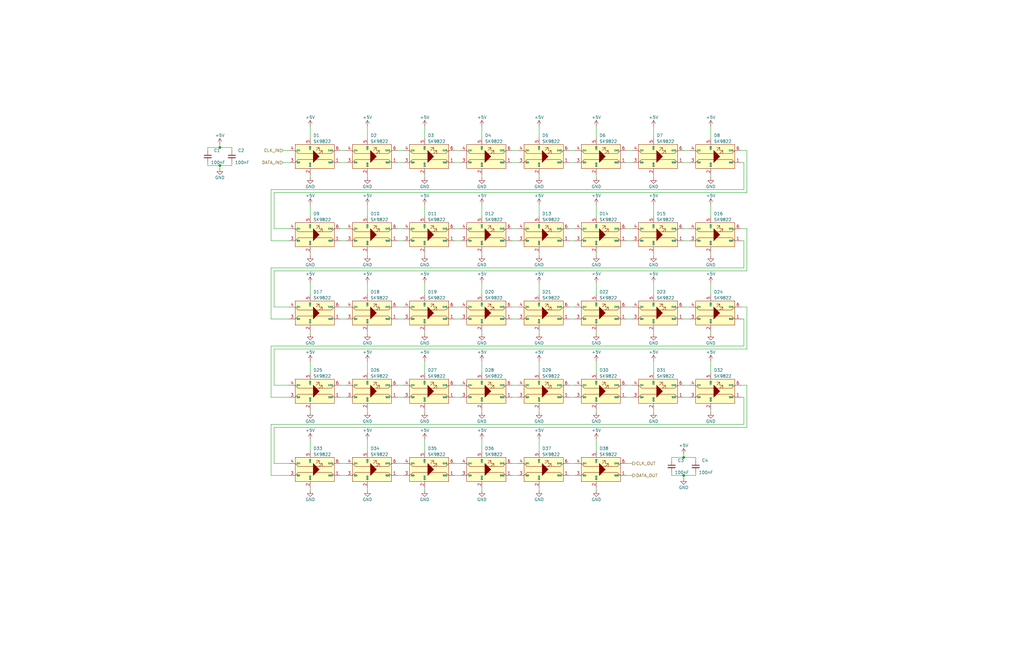
<source format=kicad_sch>
(kicad_sch (version 20211123) (generator eeschema)
  (paper "B")
  (lib_symbols
    (symbol "APA102_Matrix_Symbols:SK9822"
      (property "Reference" "D" (at 0 1.27 0))
      (property "Value" "SK9822" (at 11.43 1.27 0))
      (symbol "SK9822_0_1"
        (polyline (pts (xy 0 -7.62) (xy 1.27 -6.35) (xy 7.62 -6.35)) (stroke (width 0.1524)))
        (polyline (pts (xy 7.62 -3.81) (xy 1.27 -3.81) (xy 0 -2.54)) (stroke (width 0.1524)))
        (polyline (pts (xy 8.89 -6.35) (xy 15.24 -6.35) (xy 16.51 -7.62)) (stroke (width 0.1524)))
        (polyline (pts (xy 8.89 -3.81) (xy 15.24 -3.81) (xy 16.51 -2.54)) (stroke (width 0.1524)))
        (polyline (pts (xy 7.62 -2.54) (xy 7.62 -7.62) (xy 10.16 -5.08) (xy 7.62 -2.54)) (stroke (width 0.1524)) (fill (type outline)))
        (polyline (pts (xy 8.89 -2.54) (xy 10.16 -1.27) (xy 8.89 -1.27) (xy 10.16 -1.27) (xy 10.16 -2.54)) (stroke (width 0.1524)))
        (polyline (pts (xy 10.16 -3.81) (xy 11.43 -2.54) (xy 10.16 -2.54) (xy 11.43 -2.54) (xy 11.43 -3.81)) (stroke (width 0.1524)))
        (rectangle (start 0 0) (end 16.51 -10.16) (stroke (width 0.1524)) (fill (type background)))
      )
      (symbol "SK9822_1_1"
        (pin input line (at 19.05 -7.62 180) (length 2.54) (name "SDO") (number "1"))
        (pin input line (at 6.35 -12.7 90) (length 2.54) (name "GND") (number "2"))
        (pin input line (at -2.54 -7.62 0) (length 2.54) (name "SDI") (number "3"))
        (pin input line (at -2.54 -2.54 0) (length 2.54) (name "CKI") (number "4"))
        (pin input line (at 6.35 2.54 270) (length 2.54) (name "VDD") (number "5"))
        (pin input line (at 19.05 -2.54 180) (length 2.54) (name "CKO") (number "6"))
      )
    )
    (symbol "Device:C_Small" (pin_numbers hide) (pin_names (offset 0.254) hide)
      (property "Reference" "C" (at 0.254 1.778 0))
      (property "Value" "C_Small" (at 0.254 -2.032 0))
      (symbol "C_Small_0_1"
        (polyline (pts (xy -1.524 -0.508) (xy 1.524 -0.508)) (stroke (width 0.3302)))
        (polyline (pts (xy -1.524 0.508) (xy 1.524 0.508)) (stroke (width 0.3048)))
      )
      (symbol "C_Small_1_1"
        (pin passive line (at 0 2.54 270) (length 2.032) (name "~") (number "1"))
        (pin passive line (at 0 -2.54 90) (length 2.032) (name "~") (number "2"))
      )
    )
    (symbol "power:+5V" (power) (pin_names (offset 0))
      (property "Value" "+5V" (at 0 3.556 0))
      (symbol "+5V_0_1"
        (polyline (pts (xy -0.762 1.27) (xy 0 2.54)))
        (polyline (pts (xy 0 0) (xy 0 2.54)))
        (polyline (pts (xy 0 2.54) (xy 0.762 1.27)))
      )
      (symbol "+5V_1_1"
        (pin power_in line (at 0 0 90) (length 0) hide (name "+5V") (number "1"))
      )
    )
    (symbol "power:GND" (power) (pin_names (offset 0))
      (property "Value" "GND" (at 0 -3.81 0))
      (symbol "GND_0_1"
        (polyline (pts (xy 0 0) (xy 0 -1.27) (xy 1.27 -1.27) (xy 0 -2.54) (xy -1.27 -1.27) (xy 0 -1.27)))
      )
      (symbol "GND_1_1"
        (pin power_in line (at 0 0 270) (length 0) hide (name "GND") (number "1"))
      )
    )
  )
  (junction (at 288.29 193.04))
  (junction (at 92.71 62.23))
  (junction (at 92.71 69.85))
  (junction (at 288.29 200.66))
  (wire (pts (xy 314.96 129.54) (xy 312.42 129.54)))
  (wire (pts (xy 275.59 107.95) (xy 275.59 106.68)))
  (wire (pts (xy 203.2 152.4) (xy 203.2 157.48)))
  (wire (pts (xy 314.96 180.34) (xy 314.96 162.56)))
  (wire (pts (xy 203.2 173.99) (xy 203.2 172.72)))
  (wire (pts (xy 251.46 86.36) (xy 251.46 91.44)))
  (wire (pts (xy 218.44 63.5) (xy 215.9 63.5)))
  (wire (pts (xy 179.07 119.38) (xy 179.07 124.46)))
  (wire (pts (xy 314.96 114.3) (xy 314.96 96.52)))
  (wire (pts (xy 194.31 134.62) (xy 191.77 134.62)))
  (wire (pts (xy 154.94 140.97) (xy 154.94 139.7)))
  (wire (pts (xy 119.38 63.5) (xy 121.92 63.5)))
  (wire (pts (xy 288.29 162.56) (xy 290.83 162.56)))
  (wire (pts (xy 194.31 63.5) (xy 191.77 63.5)))
  (wire (pts (xy 179.07 140.97) (xy 179.07 139.7)))
  (wire (pts (xy 130.81 140.97) (xy 130.81 139.7)))
  (wire (pts (xy 227.33 119.38) (xy 227.33 124.46)))
  (wire (pts (xy 114.3 179.07) (xy 114.3 200.66)))
  (wire (pts (xy 114.3 200.66) (xy 121.92 200.66)))
  (wire (pts (xy 240.03 167.64) (xy 242.57 167.64)))
  (wire (pts (xy 154.94 53.34) (xy 154.94 58.42)))
  (wire (pts (xy 293.37 193.04) (xy 288.29 193.04)))
  (wire (pts (xy 170.18 68.58) (xy 167.64 68.58)))
  (wire (pts (xy 115.57 81.28) (xy 115.57 96.52)))
  (wire (pts (xy 115.57 96.52) (xy 121.92 96.52)))
  (wire (pts (xy 240.03 63.5) (xy 242.57 63.5)))
  (wire (pts (xy 194.31 129.54) (xy 191.77 129.54)))
  (wire (pts (xy 314.96 96.52) (xy 312.42 96.52)))
  (wire (pts (xy 114.3 179.07) (xy 313.69 179.07)))
  (wire (pts (xy 251.46 140.97) (xy 251.46 139.7)))
  (wire (pts (xy 130.81 107.95) (xy 130.81 106.68)))
  (wire (pts (xy 154.94 152.4) (xy 154.94 157.48)))
  (wire (pts (xy 242.57 200.66) (xy 240.03 200.66)))
  (wire (pts (xy 130.81 86.36) (xy 130.81 91.44)))
  (wire (pts (xy 266.7 162.56) (xy 264.16 162.56)))
  (wire (pts (xy 92.71 69.85) (xy 92.71 71.12)))
  (wire (pts (xy 313.69 80.01) (xy 313.69 68.58)))
  (wire (pts (xy 146.05 101.6) (xy 143.51 101.6)))
  (wire (pts (xy 130.81 152.4) (xy 130.81 157.48)))
  (wire (pts (xy 115.57 180.34) (xy 314.96 180.34)))
  (wire (pts (xy 130.81 53.34) (xy 130.81 58.42)))
  (wire (pts (xy 264.16 167.64) (xy 266.7 167.64)))
  (wire (pts (xy 114.3 146.05) (xy 114.3 167.64)))
  (wire (pts (xy 114.3 167.64) (xy 121.92 167.64)))
  (wire (pts (xy 240.03 134.62) (xy 242.57 134.62)))
  (wire (pts (xy 218.44 162.56) (xy 215.9 162.56)))
  (wire (pts (xy 288.29 191.77) (xy 288.29 193.04)))
  (wire (pts (xy 299.72 152.4) (xy 299.72 157.48)))
  (wire (pts (xy 288.29 63.5) (xy 290.83 63.5)))
  (wire (pts (xy 194.31 167.64) (xy 191.77 167.64)))
  (wire (pts (xy 194.31 195.58) (xy 191.77 195.58)))
  (wire (pts (xy 288.29 134.62) (xy 290.83 134.62)))
  (wire (pts (xy 179.07 173.99) (xy 179.07 172.72)))
  (wire (pts (xy 203.2 107.95) (xy 203.2 106.68)))
  (wire (pts (xy 146.05 96.52) (xy 143.51 96.52)))
  (wire (pts (xy 130.81 207.01) (xy 130.81 205.74)))
  (wire (pts (xy 264.16 68.58) (xy 266.7 68.58)))
  (wire (pts (xy 251.46 152.4) (xy 251.46 157.48)))
  (wire (pts (xy 218.44 96.52) (xy 215.9 96.52)))
  (wire (pts (xy 288.29 129.54) (xy 290.83 129.54)))
  (wire (pts (xy 203.2 140.97) (xy 203.2 139.7)))
  (wire (pts (xy 194.31 96.52) (xy 191.77 96.52)))
  (wire (pts (xy 313.69 101.6) (xy 312.42 101.6)))
  (wire (pts (xy 154.94 74.93) (xy 154.94 73.66)))
  (wire (pts (xy 314.96 147.32) (xy 314.96 129.54)))
  (wire (pts (xy 275.59 119.38) (xy 275.59 124.46)))
  (wire (pts (xy 92.71 60.96) (xy 92.71 62.23)))
  (wire (pts (xy 313.69 134.62) (xy 312.42 134.62)))
  (wire (pts (xy 266.7 129.54) (xy 264.16 129.54)))
  (wire (pts (xy 313.69 179.07) (xy 313.69 167.64)))
  (wire (pts (xy 146.05 200.66) (xy 143.51 200.66)))
  (wire (pts (xy 227.33 173.99) (xy 227.33 172.72)))
  (wire (pts (xy 251.46 173.99) (xy 251.46 172.72)))
  (wire (pts (xy 218.44 200.66) (xy 215.9 200.66)))
  (wire (pts (xy 293.37 200.66) (xy 293.37 199.39)))
  (wire (pts (xy 288.29 96.52) (xy 290.83 96.52)))
  (wire (pts (xy 283.21 200.66) (xy 288.29 200.66)))
  (wire (pts (xy 266.7 63.5) (xy 264.16 63.5)))
  (wire (pts (xy 227.33 185.42) (xy 227.33 190.5)))
  (wire (pts (xy 251.46 207.01) (xy 251.46 205.74)))
  (wire (pts (xy 97.79 62.23) (xy 92.71 62.23)))
  (wire (pts (xy 275.59 152.4) (xy 275.59 157.48)))
  (wire (pts (xy 264.16 101.6) (xy 266.7 101.6)))
  (wire (pts (xy 314.96 81.28) (xy 314.96 63.5)))
  (wire (pts (xy 115.57 81.28) (xy 314.96 81.28)))
  (wire (pts (xy 146.05 134.62) (xy 143.51 134.62)))
  (wire (pts (xy 130.81 173.99) (xy 130.81 172.72)))
  (wire (pts (xy 119.38 68.58) (xy 121.92 68.58)))
  (wire (pts (xy 170.18 162.56) (xy 167.64 162.56)))
  (wire (pts (xy 283.21 199.39) (xy 283.21 200.66)))
  (wire (pts (xy 194.31 200.66) (xy 191.77 200.66)))
  (wire (pts (xy 194.31 162.56) (xy 191.77 162.56)))
  (wire (pts (xy 218.44 101.6) (xy 215.9 101.6)))
  (wire (pts (xy 114.3 80.01) (xy 313.69 80.01)))
  (wire (pts (xy 170.18 63.5) (xy 167.64 63.5)))
  (wire (pts (xy 170.18 134.62) (xy 167.64 134.62)))
  (wire (pts (xy 266.7 200.66) (xy 264.16 200.66)))
  (wire (pts (xy 115.57 195.58) (xy 115.57 180.34)))
  (wire (pts (xy 121.92 195.58) (xy 115.57 195.58)))
  (wire (pts (xy 242.57 162.56) (xy 240.03 162.56)))
  (wire (pts (xy 146.05 129.54) (xy 143.51 129.54)))
  (wire (pts (xy 203.2 74.93) (xy 203.2 73.66)))
  (wire (pts (xy 251.46 185.42) (xy 251.46 190.5)))
  (wire (pts (xy 313.69 167.64) (xy 312.42 167.64)))
  (wire (pts (xy 293.37 194.31) (xy 293.37 193.04)))
  (wire (pts (xy 218.44 134.62) (xy 215.9 134.62)))
  (wire (pts (xy 313.69 113.03) (xy 313.69 101.6)))
  (wire (pts (xy 97.79 69.85) (xy 97.79 68.58)))
  (wire (pts (xy 299.72 53.34) (xy 299.72 58.42)))
  (wire (pts (xy 179.07 207.01) (xy 179.07 205.74)))
  (wire (pts (xy 170.18 129.54) (xy 167.64 129.54)))
  (wire (pts (xy 218.44 195.58) (xy 215.9 195.58)))
  (wire (pts (xy 179.07 152.4) (xy 179.07 157.48)))
  (wire (pts (xy 275.59 74.93) (xy 275.59 73.66)))
  (wire (pts (xy 87.63 69.85) (xy 92.71 69.85)))
  (wire (pts (xy 251.46 119.38) (xy 251.46 124.46)))
  (wire (pts (xy 115.57 147.32) (xy 314.96 147.32)))
  (wire (pts (xy 130.81 74.93) (xy 130.81 73.66)))
  (wire (pts (xy 275.59 53.34) (xy 275.59 58.42)))
  (wire (pts (xy 218.44 167.64) (xy 215.9 167.64)))
  (wire (pts (xy 288.29 200.66) (xy 293.37 200.66)))
  (wire (pts (xy 275.59 173.99) (xy 275.59 172.72)))
  (wire (pts (xy 115.57 162.56) (xy 115.57 147.32)))
  (wire (pts (xy 121.92 162.56) (xy 115.57 162.56)))
  (wire (pts (xy 242.57 129.54) (xy 240.03 129.54)))
  (wire (pts (xy 251.46 53.34) (xy 251.46 58.42)))
  (wire (pts (xy 114.3 146.05) (xy 313.69 146.05)))
  (wire (pts (xy 115.57 114.3) (xy 314.96 114.3)))
  (wire (pts (xy 115.57 129.54) (xy 115.57 114.3)))
  (wire (pts (xy 121.92 129.54) (xy 115.57 129.54)))
  (wire (pts (xy 242.57 96.52) (xy 240.03 96.52)))
  (wire (pts (xy 114.3 113.03) (xy 114.3 134.62)))
  (wire (pts (xy 114.3 134.62) (xy 121.92 134.62)))
  (wire (pts (xy 240.03 101.6) (xy 242.57 101.6)))
  (wire (pts (xy 114.3 113.03) (xy 313.69 113.03)))
  (wire (pts (xy 154.94 107.95) (xy 154.94 106.68)))
  (wire (pts (xy 288.29 200.66) (xy 288.29 201.93)))
  (wire (pts (xy 146.05 63.5) (xy 143.51 63.5)))
  (wire (pts (xy 170.18 101.6) (xy 167.64 101.6)))
  (wire (pts (xy 154.94 173.99) (xy 154.94 172.72)))
  (wire (pts (xy 170.18 96.52) (xy 167.64 96.52)))
  (wire (pts (xy 314.96 63.5) (xy 312.42 63.5)))
  (wire (pts (xy 266.7 195.58) (xy 264.16 195.58)))
  (wire (pts (xy 275.59 86.36) (xy 275.59 91.44)))
  (wire (pts (xy 299.72 119.38) (xy 299.72 124.46)))
  (wire (pts (xy 130.81 119.38) (xy 130.81 124.46)))
  (wire (pts (xy 227.33 107.95) (xy 227.33 106.68)))
  (wire (pts (xy 251.46 74.93) (xy 251.46 73.66)))
  (wire (pts (xy 179.07 53.34) (xy 179.07 58.42)))
  (wire (pts (xy 203.2 86.36) (xy 203.2 91.44)))
  (wire (pts (xy 146.05 162.56) (xy 143.51 162.56)))
  (wire (pts (xy 179.07 86.36) (xy 179.07 91.44)))
  (wire (pts (xy 264.16 96.52) (xy 266.7 96.52)))
  (wire (pts (xy 314.96 162.56) (xy 312.42 162.56)))
  (wire (pts (xy 92.71 69.85) (xy 97.79 69.85)))
  (wire (pts (xy 275.59 140.97) (xy 275.59 139.7)))
  (wire (pts (xy 203.2 185.42) (xy 203.2 190.5)))
  (wire (pts (xy 203.2 207.01) (xy 203.2 205.74)))
  (wire (pts (xy 87.63 68.58) (xy 87.63 69.85)))
  (wire (pts (xy 288.29 167.64) (xy 290.83 167.64)))
  (wire (pts (xy 218.44 68.58) (xy 215.9 68.58)))
  (wire (pts (xy 179.07 185.42) (xy 179.07 190.5)))
  (wire (pts (xy 264.16 134.62) (xy 266.7 134.62)))
  (wire (pts (xy 288.29 68.58) (xy 290.83 68.58)))
  (wire (pts (xy 146.05 167.64) (xy 143.51 167.64)))
  (wire (pts (xy 154.94 207.01) (xy 154.94 205.74)))
  (wire (pts (xy 114.3 80.01) (xy 114.3 101.6)))
  (wire (pts (xy 114.3 101.6) (xy 121.92 101.6)))
  (wire (pts (xy 240.03 68.58) (xy 242.57 68.58)))
  (wire (pts (xy 203.2 53.34) (xy 203.2 58.42)))
  (wire (pts (xy 227.33 207.01) (xy 227.33 205.74)))
  (wire (pts (xy 130.81 185.42) (xy 130.81 190.5)))
  (wire (pts (xy 97.79 63.5) (xy 97.79 62.23)))
  (wire (pts (xy 92.71 62.23) (xy 87.63 62.23)))
  (wire (pts (xy 170.18 167.64) (xy 167.64 167.64)))
  (wire (pts (xy 242.57 195.58) (xy 240.03 195.58)))
  (wire (pts (xy 227.33 140.97) (xy 227.33 139.7)))
  (wire (pts (xy 313.69 146.05) (xy 313.69 134.62)))
  (wire (pts (xy 251.46 107.95) (xy 251.46 106.68)))
  (wire (pts (xy 227.33 86.36) (xy 227.33 91.44)))
  (wire (pts (xy 194.31 101.6) (xy 191.77 101.6)))
  (wire (pts (xy 288.29 193.04) (xy 283.21 193.04)))
  (wire (pts (xy 227.33 53.34) (xy 227.33 58.42)))
  (wire (pts (xy 313.69 68.58) (xy 312.42 68.58)))
  (wire (pts (xy 179.07 74.93) (xy 179.07 73.66)))
  (wire (pts (xy 170.18 200.66) (xy 167.64 200.66)))
  (wire (pts (xy 227.33 74.93) (xy 227.33 73.66)))
  (wire (pts (xy 154.94 119.38) (xy 154.94 124.46)))
  (wire (pts (xy 283.21 193.04) (xy 283.21 194.31)))
  (wire (pts (xy 299.72 173.99) (xy 299.72 172.72)))
  (wire (pts (xy 299.72 140.97) (xy 299.72 139.7)))
  (wire (pts (xy 87.63 62.23) (xy 87.63 63.5)))
  (wire (pts (xy 299.72 107.95) (xy 299.72 106.68)))
  (wire (pts (xy 146.05 68.58) (xy 143.51 68.58)))
  (wire (pts (xy 288.29 101.6) (xy 290.83 101.6)))
  (wire (pts (xy 227.33 152.4) (xy 227.33 157.48)))
  (wire (pts (xy 154.94 185.42) (xy 154.94 190.5)))
  (wire (pts (xy 146.05 195.58) (xy 143.51 195.58)))
  (wire (pts (xy 218.44 129.54) (xy 215.9 129.54)))
  (wire (pts (xy 179.07 107.95) (xy 179.07 106.68)))
  (wire (pts (xy 170.18 195.58) (xy 167.64 195.58)))
  (wire (pts (xy 203.2 119.38) (xy 203.2 124.46)))
  (wire (pts (xy 154.94 86.36) (xy 154.94 91.44)))
  (wire (pts (xy 194.31 68.58) (xy 191.77 68.58)))
  (wire (pts (xy 299.72 86.36) (xy 299.72 91.44)))
  (wire (pts (xy 299.72 74.93) (xy 299.72 73.66)))
  (hierarchical_label "CLK_OUT" (shape output) (at 266.7 195.58 0))
  (hierarchical_label "DATA_IN" (shape input) (at 119.38 68.58 180))
  (hierarchical_label "DATA_OUT" (shape output) (at 266.7 200.66 0))
  (hierarchical_label "CLK_IN" (shape input) (at 119.38 63.5 180))
  (symbol (lib_id "APA102_Matrix_Symbols:SK9822") (at 148.59 193.04 0)
    (property "Reference" "D34" (at 156.21 189.23 0) (effects (justify left)))
    (property "Value" "SK9822" (at 156.21 191.77 0) (effects (justify left)))
    (property "Footprint" "APA102_Matrix_Footprints:SK9822_2020" (effects hide))
    (property "Datasheet" "http://www.normandled.com/upload/201906/EC20-9822(SK9822-2020)%20LED%20Datasheet.pdf" (effects hide))
  )
  (symbol (lib_id "power:GND") (at 299.72 107.95 0)
    (property "Reference" "#PWR034" (effects hide))
    (property "Value" "GND" (at 299.72 111.76 0))
  )
  (symbol (lib_id "power:GND") (at 154.94 107.95 0)
    (property "Reference" "#PWR028" (effects hide))
    (property "Value" "GND" (at 154.94 111.76 0))
  )
  (symbol (lib_id "power:GND") (at 130.81 173.99 0)
    (property "Reference" "#PWR059" (effects hide))
    (property "Value" "GND" (at 130.81 177.8 0))
  )
  (symbol (lib_id "APA102_Matrix_Symbols:SK9822") (at 245.11 127 0)
    (property "Reference" "D22" (at 252.73 123.19 0) (effects (justify left)))
    (property "Value" "SK9822" (at 252.73 125.73 0) (effects (justify left)))
    (property "Footprint" "APA102_Matrix_Footprints:SK9822_2020" (effects hide))
    (property "Datasheet" "http://www.normandled.com/upload/201906/EC20-9822(SK9822-2020)%20LED%20Datasheet.pdf" (effects hide))
  )
  (symbol (lib_id "Device:C_Small") (at 293.37 196.85 0)
    (property "Reference" "C4" (at 295.91 194.31 0) (effects (justify left)))
    (property "Value" "100nF" (at 294.64 199.39 0) (effects (justify left)))
    (property "Footprint" "APA102_Matrix_Footprints:C_0603" (effects hide))
  )
  (symbol (lib_id "power:+5V") (at 227.33 53.34 0)
    (property "Reference" "#PWR05" (effects hide))
    (property "Value" "+5V" (at 227.33 49.53 0))
  )
  (symbol (lib_id "power:GND") (at 203.2 140.97 0)
    (property "Reference" "#PWR046" (effects hide))
    (property "Value" "GND" (at 203.2 144.78 0))
  )
  (symbol (lib_id "power:GND") (at 154.94 140.97 0)
    (property "Reference" "#PWR044" (effects hide))
    (property "Value" "GND" (at 154.94 144.78 0))
  )
  (symbol (lib_id "APA102_Matrix_Symbols:SK9822") (at 196.85 127 0)
    (property "Reference" "D20" (at 204.47 123.19 0) (effects (justify left)))
    (property "Value" "SK9822" (at 204.47 125.73 0) (effects (justify left)))
    (property "Footprint" "APA102_Matrix_Footprints:SK9822_2020" (effects hide))
    (property "Datasheet" "http://www.normandled.com/upload/201906/EC20-9822(SK9822-2020)%20LED%20Datasheet.pdf" (effects hide))
  )
  (symbol (lib_id "Device:C_Small") (at 87.63 66.04 0)
    (property "Reference" "C1" (at 90.17 63.5 0) (effects (justify left)))
    (property "Value" "100nF" (at 88.9 68.58 0) (effects (justify left)))
    (property "Footprint" "APA102_Matrix_Footprints:C_0603" (effects hide))
  )
  (symbol (lib_id "APA102_Matrix_Symbols:SK9822") (at 148.59 60.96 0)
    (property "Reference" "D2" (at 156.21 57.15 0) (effects (justify left)))
    (property "Value" "SK9822" (at 156.21 59.69 0) (effects (justify left)))
    (property "Footprint" "APA102_Matrix_Footprints:SK9822_2020" (effects hide))
    (property "Datasheet" "http://www.normandled.com/upload/201906/EC20-9822(SK9822-2020)%20LED%20Datasheet.pdf" (effects hide))
  )
  (symbol (lib_id "power:+5V") (at 251.46 53.34 0)
    (property "Reference" "#PWR06" (effects hide))
    (property "Value" "+5V" (at 251.46 49.53 0))
  )
  (symbol (lib_id "power:GND") (at 130.81 207.01 0)
    (property "Reference" "#PWR075" (effects hide))
    (property "Value" "GND" (at 130.81 210.82 0))
  )
  (symbol (lib_id "power:+5V") (at 299.72 53.34 0)
    (property "Reference" "#PWR08" (effects hide))
    (property "Value" "+5V" (at 299.72 49.53 0))
  )
  (symbol (lib_id "power:+5V") (at 251.46 152.4 0)
    (property "Reference" "#PWR056" (effects hide))
    (property "Value" "+5V" (at 251.46 148.59 0))
  )
  (symbol (lib_id "power:+5V") (at 154.94 53.34 0)
    (property "Reference" "#PWR02" (effects hide))
    (property "Value" "+5V" (at 154.94 49.53 0))
  )
  (symbol (lib_id "APA102_Matrix_Symbols:SK9822") (at 269.24 160.02 0)
    (property "Reference" "D31" (at 276.86 156.21 0) (effects (justify left)))
    (property "Value" "SK9822" (at 276.86 158.75 0) (effects (justify left)))
    (property "Footprint" "APA102_Matrix_Footprints:SK9822_2020" (effects hide))
    (property "Datasheet" "http://www.normandled.com/upload/201906/EC20-9822(SK9822-2020)%20LED%20Datasheet.pdf" (effects hide))
  )
  (symbol (lib_id "power:+5V") (at 203.2 53.34 0)
    (property "Reference" "#PWR04" (effects hide))
    (property "Value" "+5V" (at 203.2 49.53 0))
  )
  (symbol (lib_id "APA102_Matrix_Symbols:SK9822") (at 293.37 93.98 0)
    (property "Reference" "D16" (at 300.99 90.17 0) (effects (justify left)))
    (property "Value" "SK9822" (at 300.99 92.71 0) (effects (justify left)))
    (property "Footprint" "APA102_Matrix_Footprints:SK9822_2020" (effects hide))
    (property "Datasheet" "http://www.normandled.com/upload/201906/EC20-9822(SK9822-2020)%20LED%20Datasheet.pdf" (effects hide))
  )
  (symbol (lib_id "APA102_Matrix_Symbols:SK9822") (at 196.85 60.96 0)
    (property "Reference" "D4" (at 204.47 57.15 0) (effects (justify left)))
    (property "Value" "SK9822" (at 204.47 59.69 0) (effects (justify left)))
    (property "Footprint" "APA102_Matrix_Footprints:SK9822_2020" (effects hide))
    (property "Datasheet" "http://www.normandled.com/upload/201906/EC20-9822(SK9822-2020)%20LED%20Datasheet.pdf" (effects hide))
  )
  (symbol (lib_id "APA102_Matrix_Symbols:SK9822") (at 172.72 93.98 0)
    (property "Reference" "D11" (at 180.34 90.17 0) (effects (justify left)))
    (property "Value" "SK9822" (at 180.34 92.71 0) (effects (justify left)))
    (property "Footprint" "APA102_Matrix_Footprints:SK9822_2020" (effects hide))
    (property "Datasheet" "http://www.normandled.com/upload/201906/EC20-9822(SK9822-2020)%20LED%20Datasheet.pdf" (effects hide))
  )
  (symbol (lib_id "power:GND") (at 179.07 140.97 0)
    (property "Reference" "#PWR045" (effects hide))
    (property "Value" "GND" (at 179.07 144.78 0))
  )
  (symbol (lib_id "APA102_Matrix_Symbols:SK9822") (at 269.24 127 0)
    (property "Reference" "D23" (at 276.86 123.19 0) (effects (justify left)))
    (property "Value" "SK9822" (at 276.86 125.73 0) (effects (justify left)))
    (property "Footprint" "APA102_Matrix_Footprints:SK9822_2020" (effects hide))
    (property "Datasheet" "http://www.normandled.com/upload/201906/EC20-9822(SK9822-2020)%20LED%20Datasheet.pdf" (effects hide))
  )
  (symbol (lib_id "power:+5V") (at 299.72 86.36 0)
    (property "Reference" "#PWR026" (effects hide))
    (property "Value" "+5V" (at 299.72 82.55 0))
  )
  (symbol (lib_id "power:+5V") (at 299.72 152.4 0)
    (property "Reference" "#PWR058" (effects hide))
    (property "Value" "+5V" (at 299.72 148.59 0))
  )
  (symbol (lib_id "power:+5V") (at 203.2 119.38 0)
    (property "Reference" "#PWR038" (effects hide))
    (property "Value" "+5V" (at 203.2 115.57 0))
  )
  (symbol (lib_id "APA102_Matrix_Symbols:SK9822") (at 293.37 127 0)
    (property "Reference" "D24" (at 300.99 123.19 0) (effects (justify left)))
    (property "Value" "SK9822" (at 300.99 125.73 0) (effects (justify left)))
    (property "Footprint" "APA102_Matrix_Footprints:SK9822_2020" (effects hide))
    (property "Datasheet" "http://www.normandled.com/upload/201906/EC20-9822(SK9822-2020)%20LED%20Datasheet.pdf" (effects hide))
  )
  (symbol (lib_id "power:GND") (at 251.46 74.93 0)
    (property "Reference" "#PWR016" (effects hide))
    (property "Value" "GND" (at 251.46 78.74 0))
  )
  (symbol (lib_id "power:GND") (at 179.07 74.93 0)
    (property "Reference" "#PWR013" (effects hide))
    (property "Value" "GND" (at 179.07 78.74 0))
  )
  (symbol (lib_id "APA102_Matrix_Symbols:SK9822") (at 269.24 93.98 0)
    (property "Reference" "D15" (at 276.86 90.17 0) (effects (justify left)))
    (property "Value" "SK9822" (at 276.86 92.71 0) (effects (justify left)))
    (property "Footprint" "APA102_Matrix_Footprints:SK9822_2020" (effects hide))
    (property "Datasheet" "http://www.normandled.com/upload/201906/EC20-9822(SK9822-2020)%20LED%20Datasheet.pdf" (effects hide))
  )
  (symbol (lib_id "power:GND") (at 275.59 74.93 0)
    (property "Reference" "#PWR017" (effects hide))
    (property "Value" "GND" (at 275.59 78.74 0))
  )
  (symbol (lib_id "power:GND") (at 154.94 74.93 0)
    (property "Reference" "#PWR012" (effects hide))
    (property "Value" "GND" (at 154.94 78.74 0))
  )
  (symbol (lib_id "power:+5V") (at 130.81 53.34 0)
    (property "Reference" "#PWR01" (effects hide))
    (property "Value" "+5V" (at 130.81 49.53 0))
  )
  (symbol (lib_id "APA102_Matrix_Symbols:SK9822") (at 124.46 60.96 0)
    (property "Reference" "D1" (at 132.08 57.15 0) (effects (justify left)))
    (property "Value" "SK9822" (at 132.08 59.69 0) (effects (justify left)))
    (property "Footprint" "APA102_Matrix_Footprints:SK9822_2020" (effects hide))
    (property "Datasheet" "http://www.normandled.com/upload/201906/EC20-9822(SK9822-2020)%20LED%20Datasheet.pdf" (effects hide))
  )
  (symbol (lib_id "power:+5V") (at 179.07 119.38 0)
    (property "Reference" "#PWR037" (effects hide))
    (property "Value" "+5V" (at 179.07 115.57 0))
  )
  (symbol (lib_id "power:GND") (at 179.07 207.01 0)
    (property "Reference" "#PWR077" (effects hide))
    (property "Value" "GND" (at 179.07 210.82 0))
  )
  (symbol (lib_id "power:GND") (at 275.59 107.95 0)
    (property "Reference" "#PWR033" (effects hide))
    (property "Value" "GND" (at 275.59 111.76 0))
  )
  (symbol (lib_id "power:GND") (at 203.2 173.99 0)
    (property "Reference" "#PWR062" (effects hide))
    (property "Value" "GND" (at 203.2 177.8 0))
  )
  (symbol (lib_id "power:+5V") (at 203.2 152.4 0)
    (property "Reference" "#PWR054" (effects hide))
    (property "Value" "+5V" (at 203.2 148.59 0))
  )
  (symbol (lib_id "power:GND") (at 299.72 140.97 0)
    (property "Reference" "#PWR050" (effects hide))
    (property "Value" "GND" (at 299.72 144.78 0))
  )
  (symbol (lib_id "APA102_Matrix_Symbols:SK9822") (at 148.59 160.02 0)
    (property "Reference" "D26" (at 156.21 156.21 0) (effects (justify left)))
    (property "Value" "SK9822" (at 156.21 158.75 0) (effects (justify left)))
    (property "Footprint" "APA102_Matrix_Footprints:SK9822_2020" (effects hide))
    (property "Datasheet" "http://www.normandled.com/upload/201906/EC20-9822(SK9822-2020)%20LED%20Datasheet.pdf" (effects hide))
  )
  (symbol (lib_id "APA102_Matrix_Symbols:SK9822") (at 293.37 160.02 0)
    (property "Reference" "D32" (at 300.99 156.21 0) (effects (justify left)))
    (property "Value" "SK9822" (at 300.99 158.75 0) (effects (justify left)))
    (property "Footprint" "APA102_Matrix_Footprints:SK9822_2020" (effects hide))
    (property "Datasheet" "http://www.normandled.com/upload/201906/EC20-9822(SK9822-2020)%20LED%20Datasheet.pdf" (effects hide))
  )
  (symbol (lib_id "APA102_Matrix_Symbols:SK9822") (at 124.46 160.02 0)
    (property "Reference" "D25" (at 132.08 156.21 0) (effects (justify left)))
    (property "Value" "SK9822" (at 132.08 158.75 0) (effects (justify left)))
    (property "Footprint" "APA102_Matrix_Footprints:SK9822_2020" (effects hide))
    (property "Datasheet" "http://www.normandled.com/upload/201906/EC20-9822(SK9822-2020)%20LED%20Datasheet.pdf" (effects hide))
  )
  (symbol (lib_id "power:GND") (at 203.2 107.95 0)
    (property "Reference" "#PWR030" (effects hide))
    (property "Value" "GND" (at 203.2 111.76 0))
  )
  (symbol (lib_id "APA102_Matrix_Symbols:SK9822") (at 220.98 160.02 0)
    (property "Reference" "D29" (at 228.6 156.21 0) (effects (justify left)))
    (property "Value" "SK9822" (at 228.6 158.75 0) (effects (justify left)))
    (property "Footprint" "APA102_Matrix_Footprints:SK9822_2020" (effects hide))
    (property "Datasheet" "http://www.normandled.com/upload/201906/EC20-9822(SK9822-2020)%20LED%20Datasheet.pdf" (effects hide))
  )
  (symbol (lib_id "power:GND") (at 275.59 140.97 0)
    (property "Reference" "#PWR049" (effects hide))
    (property "Value" "GND" (at 275.59 144.78 0))
  )
  (symbol (lib_id "power:GND") (at 179.07 173.99 0)
    (property "Reference" "#PWR061" (effects hide))
    (property "Value" "GND" (at 179.07 177.8 0))
  )
  (symbol (lib_id "power:GND") (at 179.07 107.95 0)
    (property "Reference" "#PWR029" (effects hide))
    (property "Value" "GND" (at 179.07 111.76 0))
  )
  (symbol (lib_id "APA102_Matrix_Symbols:SK9822") (at 269.24 60.96 0)
    (property "Reference" "D7" (at 276.86 57.15 0) (effects (justify left)))
    (property "Value" "SK9822" (at 276.86 59.69 0) (effects (justify left)))
    (property "Footprint" "APA102_Matrix_Footprints:SK9822_2020" (effects hide))
    (property "Datasheet" "http://www.normandled.com/upload/201906/EC20-9822(SK9822-2020)%20LED%20Datasheet.pdf" (effects hide))
  )
  (symbol (lib_id "APA102_Matrix_Symbols:SK9822") (at 196.85 93.98 0)
    (property "Reference" "D12" (at 204.47 90.17 0) (effects (justify left)))
    (property "Value" "SK9822" (at 204.47 92.71 0) (effects (justify left)))
    (property "Footprint" "APA102_Matrix_Footprints:SK9822_2020" (effects hide))
    (property "Datasheet" "http://www.normandled.com/upload/201906/EC20-9822(SK9822-2020)%20LED%20Datasheet.pdf" (effects hide))
  )
  (symbol (lib_id "APA102_Matrix_Symbols:SK9822") (at 124.46 127 0)
    (property "Reference" "D17" (at 132.08 123.19 0) (effects (justify left)))
    (property "Value" "SK9822" (at 132.08 125.73 0) (effects (justify left)))
    (property "Footprint" "APA102_Matrix_Footprints:SK9822_2020" (effects hide))
    (property "Datasheet" "http://www.normandled.com/upload/201906/EC20-9822(SK9822-2020)%20LED%20Datasheet.pdf" (effects hide))
  )
  (symbol (lib_id "power:GND") (at 154.94 207.01 0)
    (property "Reference" "#PWR076" (effects hide))
    (property "Value" "GND" (at 154.94 210.82 0))
  )
  (symbol (lib_id "power:GND") (at 92.71 71.12 0)
    (property "Reference" "#PWR010" (effects hide))
    (property "Value" "GND" (at 92.71 74.93 0))
  )
  (symbol (lib_id "power:+5V") (at 275.59 119.38 0)
    (property "Reference" "#PWR041" (effects hide))
    (property "Value" "+5V" (at 275.59 115.57 0))
  )
  (symbol (lib_id "power:GND") (at 275.59 173.99 0)
    (property "Reference" "#PWR065" (effects hide))
    (property "Value" "GND" (at 275.59 177.8 0))
  )
  (symbol (lib_id "power:+5V") (at 227.33 185.42 0)
    (property "Reference" "#PWR071" (effects hide))
    (property "Value" "+5V" (at 227.33 181.61 0))
  )
  (symbol (lib_id "APA102_Matrix_Symbols:SK9822") (at 148.59 127 0)
    (property "Reference" "D18" (at 156.21 123.19 0) (effects (justify left)))
    (property "Value" "SK9822" (at 156.21 125.73 0) (effects (justify left)))
    (property "Footprint" "APA102_Matrix_Footprints:SK9822_2020" (effects hide))
    (property "Datasheet" "http://www.normandled.com/upload/201906/EC20-9822(SK9822-2020)%20LED%20Datasheet.pdf" (effects hide))
  )
  (symbol (lib_id "APA102_Matrix_Symbols:SK9822") (at 245.11 193.04 0)
    (property "Reference" "D38" (at 252.73 189.23 0) (effects (justify left)))
    (property "Value" "SK9822" (at 252.73 191.77 0) (effects (justify left)))
    (property "Footprint" "APA102_Matrix_Footprints:SK9822_2020" (effects hide))
    (property "Datasheet" "http://www.normandled.com/upload/201906/EC20-9822(SK9822-2020)%20LED%20Datasheet.pdf" (effects hide))
  )
  (symbol (lib_id "APA102_Matrix_Symbols:SK9822") (at 172.72 160.02 0)
    (property "Reference" "D27" (at 180.34 156.21 0) (effects (justify left)))
    (property "Value" "SK9822" (at 180.34 158.75 0) (effects (justify left)))
    (property "Footprint" "APA102_Matrix_Footprints:SK9822_2020" (effects hide))
    (property "Datasheet" "http://www.normandled.com/upload/201906/EC20-9822(SK9822-2020)%20LED%20Datasheet.pdf" (effects hide))
  )
  (symbol (lib_id "APA102_Matrix_Symbols:SK9822") (at 220.98 93.98 0)
    (property "Reference" "D13" (at 228.6 90.17 0) (effects (justify left)))
    (property "Value" "SK9822" (at 228.6 92.71 0) (effects (justify left)))
    (property "Footprint" "APA102_Matrix_Footprints:SK9822_2020" (effects hide))
    (property "Datasheet" "http://www.normandled.com/upload/201906/EC20-9822(SK9822-2020)%20LED%20Datasheet.pdf" (effects hide))
  )
  (symbol (lib_id "APA102_Matrix_Symbols:SK9822") (at 124.46 193.04 0)
    (property "Reference" "D33" (at 132.08 189.23 0) (effects (justify left)))
    (property "Value" "SK9822" (at 132.08 191.77 0) (effects (justify left)))
    (property "Footprint" "APA102_Matrix_Footprints:SK9822_2020" (effects hide))
    (property "Datasheet" "http://www.normandled.com/upload/201906/EC20-9822(SK9822-2020)%20LED%20Datasheet.pdf" (effects hide))
  )
  (symbol (lib_id "power:+5V") (at 179.07 185.42 0)
    (property "Reference" "#PWR069" (effects hide))
    (property "Value" "+5V" (at 179.07 181.61 0))
  )
  (symbol (lib_id "power:+5V") (at 179.07 53.34 0)
    (property "Reference" "#PWR03" (effects hide))
    (property "Value" "+5V" (at 179.07 49.53 0))
  )
  (symbol (lib_id "power:+5V") (at 203.2 86.36 0)
    (property "Reference" "#PWR022" (effects hide))
    (property "Value" "+5V" (at 203.2 82.55 0))
  )
  (symbol (lib_id "power:GND") (at 130.81 74.93 0)
    (property "Reference" "#PWR011" (effects hide))
    (property "Value" "GND" (at 130.81 78.74 0))
  )
  (symbol (lib_id "power:GND") (at 203.2 74.93 0)
    (property "Reference" "#PWR014" (effects hide))
    (property "Value" "GND" (at 203.2 78.74 0))
  )
  (symbol (lib_id "APA102_Matrix_Symbols:SK9822") (at 172.72 60.96 0)
    (property "Reference" "D3" (at 180.34 57.15 0) (effects (justify left)))
    (property "Value" "SK9822" (at 180.34 59.69 0) (effects (justify left)))
    (property "Footprint" "APA102_Matrix_Footprints:SK9822_2020" (effects hide))
    (property "Datasheet" "http://www.normandled.com/upload/201906/EC20-9822(SK9822-2020)%20LED%20Datasheet.pdf" (effects hide))
  )
  (symbol (lib_id "APA102_Matrix_Symbols:SK9822") (at 245.11 60.96 0)
    (property "Reference" "D6" (at 252.73 57.15 0) (effects (justify left)))
    (property "Value" "SK9822" (at 252.73 59.69 0) (effects (justify left)))
    (property "Footprint" "APA102_Matrix_Footprints:SK9822_2020" (effects hide))
    (property "Datasheet" "http://www.normandled.com/upload/201906/EC20-9822(SK9822-2020)%20LED%20Datasheet.pdf" (effects hide))
  )
  (symbol (lib_id "power:GND") (at 227.33 173.99 0)
    (property "Reference" "#PWR063" (effects hide))
    (property "Value" "GND" (at 227.33 177.8 0))
  )
  (symbol (lib_id "APA102_Matrix_Symbols:SK9822") (at 220.98 193.04 0)
    (property "Reference" "D37" (at 228.6 189.23 0) (effects (justify left)))
    (property "Value" "SK9822" (at 228.6 191.77 0) (effects (justify left)))
    (property "Footprint" "APA102_Matrix_Footprints:SK9822_2020" (effects hide))
    (property "Datasheet" "http://www.normandled.com/upload/201906/EC20-9822(SK9822-2020)%20LED%20Datasheet.pdf" (effects hide))
  )
  (symbol (lib_id "Device:C_Small") (at 97.79 66.04 0)
    (property "Reference" "C2" (at 100.33 63.5 0) (effects (justify left)))
    (property "Value" "100nF" (at 99.06 68.58 0) (effects (justify left)))
    (property "Footprint" "APA102_Matrix_Footprints:C_0603" (effects hide))
  )
  (symbol (lib_id "power:+5V") (at 288.29 191.77 0)
    (property "Reference" "#PWR073" (effects hide))
    (property "Value" "+5V" (at 288.29 187.96 0))
  )
  (symbol (lib_id "power:GND") (at 130.81 140.97 0)
    (property "Reference" "#PWR043" (effects hide))
    (property "Value" "GND" (at 130.81 144.78 0))
  )
  (symbol (lib_id "power:GND") (at 251.46 107.95 0)
    (property "Reference" "#PWR032" (effects hide))
    (property "Value" "GND" (at 251.46 111.76 0))
  )
  (symbol (lib_id "power:GND") (at 154.94 173.99 0)
    (property "Reference" "#PWR060" (effects hide))
    (property "Value" "GND" (at 154.94 177.8 0))
  )
  (symbol (lib_id "APA102_Matrix_Symbols:SK9822") (at 220.98 60.96 0)
    (property "Reference" "D5" (at 228.6 57.15 0) (effects (justify left)))
    (property "Value" "SK9822" (at 228.6 59.69 0) (effects (justify left)))
    (property "Footprint" "APA102_Matrix_Footprints:SK9822_2020" (effects hide))
    (property "Datasheet" "http://www.normandled.com/upload/201906/EC20-9822(SK9822-2020)%20LED%20Datasheet.pdf" (effects hide))
  )
  (symbol (lib_id "power:+5V") (at 275.59 152.4 0)
    (property "Reference" "#PWR057" (effects hide))
    (property "Value" "+5V" (at 275.59 148.59 0))
  )
  (symbol (lib_id "power:GND") (at 299.72 74.93 0)
    (property "Reference" "#PWR018" (effects hide))
    (property "Value" "GND" (at 299.72 78.74 0))
  )
  (symbol (lib_id "power:+5V") (at 154.94 185.42 0)
    (property "Reference" "#PWR068" (effects hide))
    (property "Value" "+5V" (at 154.94 181.61 0))
  )
  (symbol (lib_id "power:GND") (at 251.46 140.97 0)
    (property "Reference" "#PWR048" (effects hide))
    (property "Value" "GND" (at 251.46 144.78 0))
  )
  (symbol (lib_id "APA102_Matrix_Symbols:SK9822") (at 196.85 160.02 0)
    (property "Reference" "D28" (at 204.47 156.21 0) (effects (justify left)))
    (property "Value" "SK9822" (at 204.47 158.75 0) (effects (justify left)))
    (property "Footprint" "APA102_Matrix_Footprints:SK9822_2020" (effects hide))
    (property "Datasheet" "http://www.normandled.com/upload/201906/EC20-9822(SK9822-2020)%20LED%20Datasheet.pdf" (effects hide))
  )
  (symbol (lib_id "power:+5V") (at 251.46 185.42 0)
    (property "Reference" "#PWR072" (effects hide))
    (property "Value" "+5V" (at 251.46 181.61 0))
  )
  (symbol (lib_id "APA102_Matrix_Symbols:SK9822") (at 172.72 193.04 0)
    (property "Reference" "D35" (at 180.34 189.23 0) (effects (justify left)))
    (property "Value" "SK9822" (at 180.34 191.77 0) (effects (justify left)))
    (property "Footprint" "APA102_Matrix_Footprints:SK9822_2020" (effects hide))
    (property "Datasheet" "http://www.normandled.com/upload/201906/EC20-9822(SK9822-2020)%20LED%20Datasheet.pdf" (effects hide))
  )
  (symbol (lib_id "power:GND") (at 227.33 140.97 0)
    (property "Reference" "#PWR047" (effects hide))
    (property "Value" "GND" (at 227.33 144.78 0))
  )
  (symbol (lib_id "APA102_Matrix_Symbols:SK9822") (at 196.85 193.04 0)
    (property "Reference" "D36" (at 204.47 189.23 0) (effects (justify left)))
    (property "Value" "SK9822" (at 204.47 191.77 0) (effects (justify left)))
    (property "Footprint" "APA102_Matrix_Footprints:SK9822_2020" (effects hide))
    (property "Datasheet" "http://www.normandled.com/upload/201906/EC20-9822(SK9822-2020)%20LED%20Datasheet.pdf" (effects hide))
  )
  (symbol (lib_id "power:+5V") (at 227.33 152.4 0)
    (property "Reference" "#PWR055" (effects hide))
    (property "Value" "+5V" (at 227.33 148.59 0))
  )
  (symbol (lib_id "APA102_Matrix_Symbols:SK9822") (at 220.98 127 0)
    (property "Reference" "D21" (at 228.6 123.19 0) (effects (justify left)))
    (property "Value" "SK9822" (at 228.6 125.73 0) (effects (justify left)))
    (property "Footprint" "APA102_Matrix_Footprints:SK9822_2020" (effects hide))
    (property "Datasheet" "http://www.normandled.com/upload/201906/EC20-9822(SK9822-2020)%20LED%20Datasheet.pdf" (effects hide))
  )
  (symbol (lib_id "power:GND") (at 227.33 107.95 0)
    (property "Reference" "#PWR031" (effects hide))
    (property "Value" "GND" (at 227.33 111.76 0))
  )
  (symbol (lib_id "APA102_Matrix_Symbols:SK9822") (at 293.37 60.96 0)
    (property "Reference" "D8" (at 300.99 57.15 0) (effects (justify left)))
    (property "Value" "SK9822" (at 300.99 59.69 0) (effects (justify left)))
    (property "Footprint" "APA102_Matrix_Footprints:SK9822_2020" (effects hide))
    (property "Datasheet" "http://www.normandled.com/upload/201906/EC20-9822(SK9822-2020)%20LED%20Datasheet.pdf" (effects hide))
  )
  (symbol (lib_id "power:+5V") (at 179.07 152.4 0)
    (property "Reference" "#PWR053" (effects hide))
    (property "Value" "+5V" (at 179.07 148.59 0))
  )
  (symbol (lib_id "power:GND") (at 227.33 207.01 0)
    (property "Reference" "#PWR079" (effects hide))
    (property "Value" "GND" (at 227.33 210.82 0))
  )
  (symbol (lib_id "power:GND") (at 227.33 74.93 0)
    (property "Reference" "#PWR015" (effects hide))
    (property "Value" "GND" (at 227.33 78.74 0))
  )
  (symbol (lib_id "APA102_Matrix_Symbols:SK9822") (at 124.46 93.98 0)
    (property "Reference" "D9" (at 132.08 90.17 0) (effects (justify left)))
    (property "Value" "SK9822" (at 132.08 92.71 0) (effects (justify left)))
    (property "Footprint" "APA102_Matrix_Footprints:SK9822_2020" (effects hide))
    (property "Datasheet" "http://www.normandled.com/upload/201906/EC20-9822(SK9822-2020)%20LED%20Datasheet.pdf" (effects hide))
  )
  (symbol (lib_id "power:+5V") (at 275.59 53.34 0)
    (property "Reference" "#PWR07" (effects hide))
    (property "Value" "+5V" (at 275.59 49.53 0))
  )
  (symbol (lib_id "power:GND") (at 130.81 107.95 0)
    (property "Reference" "#PWR027" (effects hide))
    (property "Value" "GND" (at 130.81 111.76 0))
  )
  (symbol (lib_id "power:+5V") (at 130.81 185.42 0)
    (property "Reference" "#PWR067" (effects hide))
    (property "Value" "+5V" (at 130.81 181.61 0))
  )
  (symbol (lib_id "power:+5V") (at 130.81 86.36 0)
    (property "Reference" "#PWR019" (effects hide))
    (property "Value" "+5V" (at 130.81 82.55 0))
  )
  (symbol (lib_id "APA102_Matrix_Symbols:SK9822") (at 148.59 93.98 0)
    (property "Reference" "D10" (at 156.21 90.17 0) (effects (justify left)))
    (property "Value" "SK9822" (at 156.21 92.71 0) (effects (justify left)))
    (property "Footprint" "APA102_Matrix_Footprints:SK9822_2020" (effects hide))
    (property "Datasheet" "http://www.normandled.com/upload/201906/EC20-9822(SK9822-2020)%20LED%20Datasheet.pdf" (effects hide))
  )
  (symbol (lib_id "power:+5V") (at 154.94 86.36 0)
    (property "Reference" "#PWR020" (effects hide))
    (property "Value" "+5V" (at 154.94 82.55 0))
  )
  (symbol (lib_id "power:+5V") (at 130.81 119.38 0)
    (property "Reference" "#PWR035" (effects hide))
    (property "Value" "+5V" (at 130.81 115.57 0))
  )
  (symbol (lib_id "power:+5V") (at 92.71 60.96 0)
    (property "Reference" "#PWR09" (effects hide))
    (property "Value" "+5V" (at 92.71 57.15 0))
  )
  (symbol (lib_id "power:+5V") (at 154.94 152.4 0)
    (property "Reference" "#PWR052" (effects hide))
    (property "Value" "+5V" (at 154.94 148.59 0))
  )
  (symbol (lib_id "APA102_Matrix_Symbols:SK9822") (at 245.11 93.98 0)
    (property "Reference" "D14" (at 252.73 90.17 0) (effects (justify left)))
    (property "Value" "SK9822" (at 252.73 92.71 0) (effects (justify left)))
    (property "Footprint" "APA102_Matrix_Footprints:SK9822_2020" (effects hide))
    (property "Datasheet" "http://www.normandled.com/upload/201906/EC20-9822(SK9822-2020)%20LED%20Datasheet.pdf" (effects hide))
  )
  (symbol (lib_id "power:+5V") (at 179.07 86.36 0)
    (property "Reference" "#PWR021" (effects hide))
    (property "Value" "+5V" (at 179.07 82.55 0))
  )
  (symbol (lib_id "power:+5V") (at 251.46 119.38 0)
    (property "Reference" "#PWR040" (effects hide))
    (property "Value" "+5V" (at 251.46 115.57 0))
  )
  (symbol (lib_id "Device:C_Small") (at 283.21 196.85 0)
    (property "Reference" "C3" (at 285.75 194.31 0) (effects (justify left)))
    (property "Value" "100nF" (at 284.48 199.39 0) (effects (justify left)))
    (property "Footprint" "APA102_Matrix_Footprints:C_0603" (effects hide))
  )
  (symbol (lib_id "power:GND") (at 299.72 173.99 0)
    (property "Reference" "#PWR066" (effects hide))
    (property "Value" "GND" (at 299.72 177.8 0))
  )
  (symbol (lib_id "power:+5V") (at 251.46 86.36 0)
    (property "Reference" "#PWR024" (effects hide))
    (property "Value" "+5V" (at 251.46 82.55 0))
  )
  (symbol (lib_id "APA102_Matrix_Symbols:SK9822") (at 245.11 160.02 0)
    (property "Reference" "D30" (at 252.73 156.21 0) (effects (justify left)))
    (property "Value" "SK9822" (at 252.73 158.75 0) (effects (justify left)))
    (property "Footprint" "APA102_Matrix_Footprints:SK9822_2020" (effects hide))
    (property "Datasheet" "http://www.normandled.com/upload/201906/EC20-9822(SK9822-2020)%20LED%20Datasheet.pdf" (effects hide))
  )
  (symbol (lib_id "power:+5V") (at 203.2 185.42 0)
    (property "Reference" "#PWR070" (effects hide))
    (property "Value" "+5V" (at 203.2 181.61 0))
  )
  (symbol (lib_id "power:GND") (at 288.29 201.93 0)
    (property "Reference" "#PWR074" (effects hide))
    (property "Value" "GND" (at 288.29 205.74 0))
  )
  (symbol (lib_id "power:+5V") (at 154.94 119.38 0)
    (property "Reference" "#PWR036" (effects hide))
    (property "Value" "+5V" (at 154.94 115.57 0))
  )
  (symbol (lib_id "power:GND") (at 251.46 173.99 0)
    (property "Reference" "#PWR064" (effects hide))
    (property "Value" "GND" (at 251.46 177.8 0))
  )
  (symbol (lib_id "power:GND") (at 251.46 207.01 0)
    (property "Reference" "#PWR080" (effects hide))
    (property "Value" "GND" (at 251.46 210.82 0))
  )
  (symbol (lib_id "power:+5V") (at 227.33 86.36 0)
    (property "Reference" "#PWR023" (effects hide))
    (property "Value" "+5V" (at 227.33 82.55 0))
  )
  (symbol (lib_id "power:+5V") (at 275.59 86.36 0)
    (property "Reference" "#PWR025" (effects hide))
    (property "Value" "+5V" (at 275.59 82.55 0))
  )
  (symbol (lib_id "power:+5V") (at 227.33 119.38 0)
    (property "Reference" "#PWR039" (effects hide))
    (property "Value" "+5V" (at 227.33 115.57 0))
  )
  (symbol (lib_id "APA102_Matrix_Symbols:SK9822") (at 172.72 127 0)
    (property "Reference" "D19" (at 180.34 123.19 0) (effects (justify left)))
    (property "Value" "SK9822" (at 180.34 125.73 0) (effects (justify left)))
    (property "Footprint" "APA102_Matrix_Footprints:SK9822_2020" (effects hide))
    (property "Datasheet" "http://www.normandled.com/upload/201906/EC20-9822(SK9822-2020)%20LED%20Datasheet.pdf" (effects hide))
  )
  (symbol (lib_id "power:+5V") (at 130.81 152.4 0)
    (property "Reference" "#PWR051" (effects hide))
    (property "Value" "+5V" (at 130.81 148.59 0))
  )
  (symbol (lib_id "power:+5V") (at 299.72 119.38 0)
    (property "Reference" "#PWR042" (effects hide))
    (property "Value" "+5V" (at 299.72 115.57 0))
  )
  (symbol (lib_id "power:GND") (at 203.2 207.01 0)
    (property "Reference" "#PWR078" (effects hide))
    (property "Value" "GND" (at 203.2 210.82 0))
  )
)
</source>
